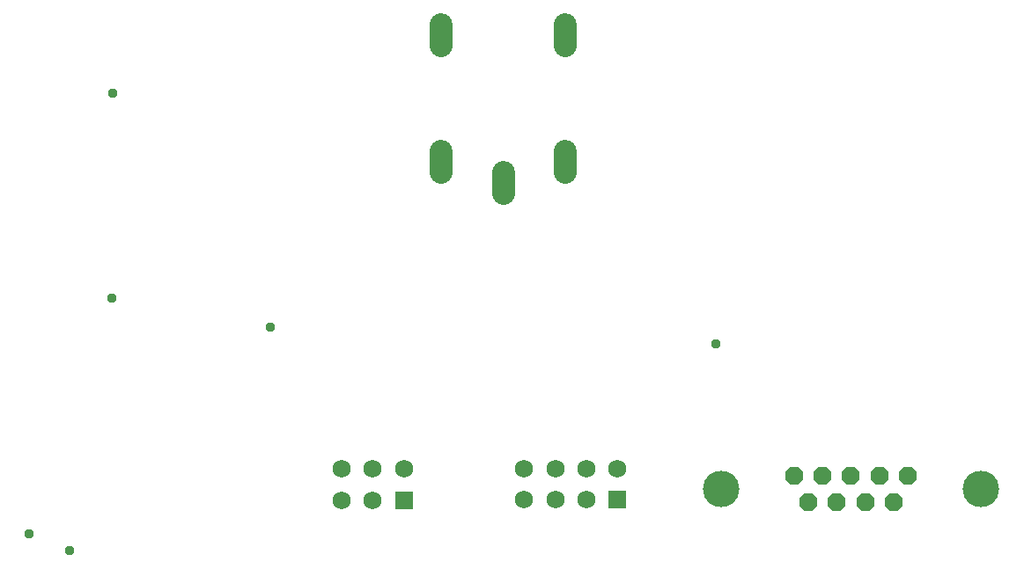
<source format=gbr>
G04 EAGLE Gerber RS-274X export*
G75*
%MOMM*%
%FSLAX34Y34*%
%LPD*%
%INSoldermask Bottom*%
%IPPOS*%
%AMOC8*
5,1,8,0,0,1.08239X$1,22.5*%
G01*
%ADD10P,1.869504X8X202.500000*%
%ADD11C,3.505200*%
%ADD12C,1.733200*%
%ADD13R,1.733200X1.733200*%
%ADD14C,2.184400*%
%ADD15C,0.959600*%


D10*
X884864Y122700D03*
X857432Y122700D03*
X830000Y122700D03*
X802568Y122700D03*
X775136Y122700D03*
X871148Y97300D03*
X843716Y97300D03*
X816284Y97300D03*
X788852Y97300D03*
D11*
X955222Y110000D03*
X704778Y110000D03*
D12*
X575622Y99652D03*
X575622Y129652D03*
X545622Y99652D03*
X545622Y129652D03*
D13*
X605622Y99652D03*
D12*
X515622Y99652D03*
X605622Y129652D03*
X515622Y129652D03*
D13*
X400000Y99420D03*
D12*
X400000Y129420D03*
X370000Y99420D03*
X340000Y99420D03*
X370000Y129420D03*
X340000Y129420D03*
D14*
X496000Y394844D02*
X496000Y414656D01*
X555690Y415164D02*
X555690Y434976D01*
X436310Y434976D02*
X436310Y415164D01*
X436310Y537084D02*
X436310Y556896D01*
X555690Y556896D02*
X555690Y537084D01*
D15*
X272000Y266000D03*
X700000Y250000D03*
X40000Y67000D03*
X120000Y491000D03*
X79000Y51000D03*
X119000Y294000D03*
M02*

</source>
